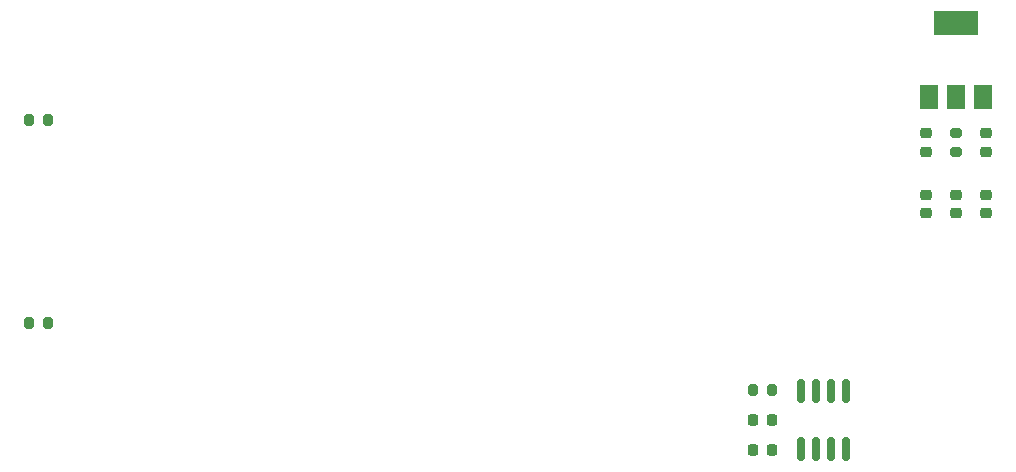
<source format=gtp>
G04 #@! TF.GenerationSoftware,KiCad,Pcbnew,7.0.9*
G04 #@! TF.CreationDate,2023-11-18T03:00:04-05:00*
G04 #@! TF.ProjectId,RLM,524c4d2e-6b69-4636-9164-5f7063625858,rev?*
G04 #@! TF.SameCoordinates,Original*
G04 #@! TF.FileFunction,Paste,Top*
G04 #@! TF.FilePolarity,Positive*
%FSLAX46Y46*%
G04 Gerber Fmt 4.6, Leading zero omitted, Abs format (unit mm)*
G04 Created by KiCad (PCBNEW 7.0.9) date 2023-11-18 03:00:04*
%MOMM*%
%LPD*%
G01*
G04 APERTURE LIST*
G04 Aperture macros list*
%AMRoundRect*
0 Rectangle with rounded corners*
0 $1 Rounding radius*
0 $2 $3 $4 $5 $6 $7 $8 $9 X,Y pos of 4 corners*
0 Add a 4 corners polygon primitive as box body*
4,1,4,$2,$3,$4,$5,$6,$7,$8,$9,$2,$3,0*
0 Add four circle primitives for the rounded corners*
1,1,$1+$1,$2,$3*
1,1,$1+$1,$4,$5*
1,1,$1+$1,$6,$7*
1,1,$1+$1,$8,$9*
0 Add four rect primitives between the rounded corners*
20,1,$1+$1,$2,$3,$4,$5,0*
20,1,$1+$1,$4,$5,$6,$7,0*
20,1,$1+$1,$6,$7,$8,$9,0*
20,1,$1+$1,$8,$9,$2,$3,0*%
G04 Aperture macros list end*
%ADD10RoundRect,0.150000X-0.150000X0.825000X-0.150000X-0.825000X0.150000X-0.825000X0.150000X0.825000X0*%
%ADD11RoundRect,0.225000X0.225000X0.250000X-0.225000X0.250000X-0.225000X-0.250000X0.225000X-0.250000X0*%
%ADD12R,1.500000X2.000000*%
%ADD13R,3.800000X2.000000*%
%ADD14RoundRect,0.200000X0.275000X-0.200000X0.275000X0.200000X-0.275000X0.200000X-0.275000X-0.200000X0*%
%ADD15RoundRect,0.225000X0.250000X-0.225000X0.250000X0.225000X-0.250000X0.225000X-0.250000X-0.225000X0*%
%ADD16RoundRect,0.200000X0.200000X0.275000X-0.200000X0.275000X-0.200000X-0.275000X0.200000X-0.275000X0*%
%ADD17RoundRect,0.218750X0.256250X-0.218750X0.256250X0.218750X-0.256250X0.218750X-0.256250X-0.218750X0*%
G04 APERTURE END LIST*
D10*
X148183600Y-75630000D03*
X146913600Y-75630000D03*
X145643600Y-75630000D03*
X144373600Y-75630000D03*
X144373600Y-80580000D03*
X145643600Y-80580000D03*
X146913600Y-80580000D03*
X148183600Y-80580000D03*
D11*
X141885000Y-80645000D03*
X140335000Y-80645000D03*
D12*
X155180000Y-50775000D03*
X157480000Y-50775000D03*
D13*
X157480000Y-44475000D03*
D12*
X159780000Y-50775000D03*
D14*
X157480000Y-55435000D03*
X157480000Y-53785000D03*
D11*
X141885000Y-78105000D03*
X140335000Y-78105000D03*
D15*
X157480000Y-60605000D03*
X157480000Y-59055000D03*
D16*
X80645000Y-52705000D03*
X78995000Y-52705000D03*
D17*
X160020000Y-55397500D03*
X160020000Y-53822500D03*
D15*
X154940000Y-55385000D03*
X154940000Y-53835000D03*
X154940000Y-60605000D03*
X154940000Y-59055000D03*
D16*
X141935000Y-75565000D03*
X140285000Y-75565000D03*
X80645000Y-69850000D03*
X78995000Y-69850000D03*
D15*
X160020000Y-60605000D03*
X160020000Y-59055000D03*
M02*

</source>
